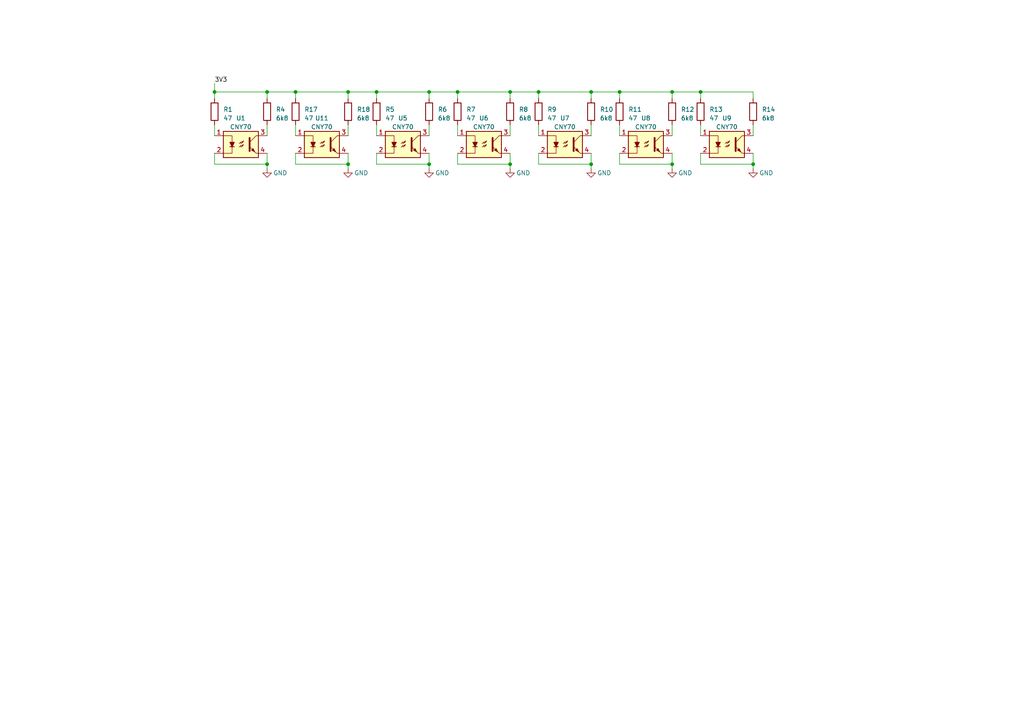
<source format=kicad_sch>
(kicad_sch (version 20230121) (generator eeschema)
  (paper "A4")
  (lib_symbols
    (symbol "Connector:Screw_Terminal_01x02" (pin_names (offset 1.016) hide)
      (property "Reference" "J" (at 0 2.54 0))
      (property "Value" "Screw_Terminal_01x02" (at 0 -5.08 0))
      (symbol "Screw_Terminal_01x02_1_1"
        (rectangle (start -1.27 1.27) (end 1.27 -3.81) (stroke (width 0.254)) (fill (type background)))
        (circle (center 0 -2.54) (radius 0.635) (stroke (width 0.1524)))
        (polyline (pts (xy -0.5334 -2.2098) (xy 0.3302 -3.048)) (stroke (width 0.1524)))
        (polyline (pts (xy -0.5334 0.3302) (xy 0.3302 -0.508)) (stroke (width 0.1524)))
        (polyline (pts (xy -0.3556 -2.032) (xy 0.508 -2.8702)) (stroke (width 0.1524)))
        (polyline (pts (xy -0.3556 0.508) (xy 0.508 -0.3302)) (stroke (width 0.1524)))
        (circle (center 0 0) (radius 0.635) (stroke (width 0.1524)))
        (pin passive line (at -5.08 0 0) (length 3.81) (name "Pin_1") (number "1"))
        (pin passive line (at -5.08 -2.54 0) (length 3.81) (name "Pin_2") (number "2"))
      )
    )
    (symbol "Connector:Screw_Terminal_01x06" (pin_names (offset 1.016) hide)
      (property "Reference" "J" (at 0 7.62 0))
      (property "Value" "Screw_Terminal_01x06" (at 0 -10.16 0))
      (symbol "Screw_Terminal_01x06_1_1"
        (rectangle (start -1.27 6.35) (end 1.27 -8.89) (stroke (width 0.254)) (fill (type background)))
        (circle (center 0 -7.62) (radius 0.635) (stroke (width 0.1524)))
        (circle (center 0 -5.08) (radius 0.635) (stroke (width 0.1524)))
        (circle (center 0 -2.54) (radius 0.635) (stroke (width 0.1524)))
        (polyline (pts (xy -0.5334 -7.2898) (xy 0.3302 -8.128)) (stroke (width 0.1524)))
        (polyline (pts (xy -0.5334 -4.7498) (xy 0.3302 -5.588)) (stroke (width 0.1524)))
        (polyline (pts (xy -0.5334 -2.2098) (xy 0.3302 -3.048)) (stroke (width 0.1524)))
        (polyline (pts (xy -0.5334 0.3302) (xy 0.3302 -0.508)) (stroke (width 0.1524)))
        (polyline (pts (xy -0.5334 2.8702) (xy 0.3302 2.032)) (stroke (width 0.1524)))
        (polyline (pts (xy -0.5334 5.4102) (xy 0.3302 4.572)) (stroke (width 0.1524)))
        (polyline (pts (xy -0.3556 -7.112) (xy 0.508 -7.9502)) (stroke (width 0.1524)))
        (polyline (pts (xy -0.3556 -4.572) (xy 0.508 -5.4102)) (stroke (width 0.1524)))
        (polyline (pts (xy -0.3556 -2.032) (xy 0.508 -2.8702)) (stroke (width 0.1524)))
        (polyline (pts (xy -0.3556 0.508) (xy 0.508 -0.3302)) (stroke (width 0.1524)))
        (polyline (pts (xy -0.3556 3.048) (xy 0.508 2.2098)) (stroke (width 0.1524)))
        (polyline (pts (xy -0.3556 5.588) (xy 0.508 4.7498)) (stroke (width 0.1524)))
        (circle (center 0 0) (radius 0.635) (stroke (width 0.1524)))
        (circle (center 0 2.54) (radius 0.635) (stroke (width 0.1524)))
        (circle (center 0 5.08) (radius 0.635) (stroke (width 0.1524)))
        (pin passive line (at -5.08 5.08 0) (length 3.81) (name "Pin_1") (number "1"))
        (pin passive line (at -5.08 2.54 0) (length 3.81) (name "Pin_2") (number "2"))
        (pin passive line (at -5.08 0 0) (length 3.81) (name "Pin_3") (number "3"))
        (pin passive line (at -5.08 -2.54 0) (length 3.81) (name "Pin_4") (number "4"))
        (pin passive line (at -5.08 -5.08 0) (length 3.81) (name "Pin_5") (number "5"))
        (pin passive line (at -5.08 -7.62 0) (length 3.81) (name "Pin_6") (number "6"))
      )
    )
    (symbol "Device:C" (pin_numbers hide) (pin_names (offset 0.254))
      (property "Reference" "C" (at 0.635 2.54 0))
      (property "Value" "C" (at 0.635 -2.54 0))
      (symbol "C_0_1"
        (polyline (pts (xy -2.032 -0.762) (xy 2.032 -0.762)) (stroke (width 0.508)))
        (polyline (pts (xy -2.032 0.762) (xy 2.032 0.762)) (stroke (width 0.508)))
      )
      (symbol "C_1_1"
        (pin passive line (at 0 3.81 270) (length 2.794) (name "~") (number "1"))
        (pin passive line (at 0 -3.81 90) (length 2.794) (name "~") (number "2"))
      )
    )
    (symbol "Device:C_Polarized" (pin_numbers hide) (pin_names (offset 0.254))
      (property "Reference" "C" (at 0.635 2.54 0))
      (property "Value" "C_Polarized" (at 0.635 -2.54 0))
      (symbol "C_Polarized_0_1"
        (rectangle (start -2.286 0.508) (end 2.286 1.016))
        (polyline (pts (xy -1.778 2.286) (xy -0.762 2.286)))
        (polyline (pts (xy -1.27 2.794) (xy -1.27 1.778)))
        (rectangle (start 2.286 -0.508) (end -2.286 -1.016) (fill (type outline)))
      )
      (symbol "C_Polarized_1_1"
        (pin passive line (at 0 3.81 270) (length 2.794) (name "~") (number "1"))
        (pin passive line (at 0 -3.81 90) (length 2.794) (name "~") (number "2"))
      )
    )
    (symbol "Device:D" (pin_numbers hide) (pin_names (offset 1.016) hide)
      (property "Reference" "D" (at 0 2.54 0))
      (property "Value" "D" (at 0 -2.54 0))
      (symbol "D_0_1"
        (polyline (pts (xy -1.27 1.27) (xy -1.27 -1.27)) (stroke (width 0.254)))
        (polyline (pts (xy 1.27 0) (xy -1.27 0)))
        (polyline (pts (xy 1.27 1.27) (xy 1.27 -1.27) (xy -1.27 0) (xy 1.27 1.27)) (stroke (width 0.254)))
      )
      (symbol "D_1_1"
        (pin passive line (at -3.81 0 0) (length 2.54) (name "K") (number "1"))
        (pin passive line (at 3.81 0 180) (length 2.54) (name "A") (number "2"))
      )
    )
    (symbol "Device:LED" (pin_numbers hide) (pin_names (offset 1.016) hide)
      (property "Reference" "D" (at 0 2.54 0))
      (property "Value" "LED" (at 0 -2.54 0))
      (symbol "LED_0_1"
        (polyline (pts (xy -1.27 -1.27) (xy -1.27 1.27)) (stroke (width 0.254)))
        (polyline (pts (xy -1.27 0) (xy 1.27 0)))
        (polyline (pts (xy 1.27 -1.27) (xy 1.27 1.27) (xy -1.27 0) (xy 1.27 -1.27)) (stroke (width 0.254)))
        (polyline (pts (xy -3.048 -0.762) (xy -4.572 -2.286) (xy -3.81 -2.286) (xy -4.572 -2.286) (xy -4.572 -1.524)))
        (polyline (pts (xy -1.778 -0.762) (xy -3.302 -2.286) (xy -2.54 -2.286) (xy -3.302 -2.286) (xy -3.302 -1.524)))
      )
      (symbol "LED_1_1"
        (pin passive line (at -3.81 0 0) (length 2.54) (name "K") (number "1"))
        (pin passive line (at 3.81 0 180) (length 2.54) (name "A") (number "2"))
      )
    )
    (symbol "Device:R" (pin_numbers hide) (pin_names (offset 0))
      (property "Reference" "R" (at 2.032 0 90))
      (property "Value" "R" (at 0 0 90))
      (symbol "R_0_1"
        (rectangle (start -1.016 -2.54) (end 1.016 2.54) (stroke (width 0.254)))
      )
      (symbol "R_1_1"
        (pin passive line (at 0 3.81 270) (length 1.27) (name "~") (number "1"))
        (pin passive line (at 0 -3.81 90) (length 1.27) (name "~") (number "2"))
      )
    )
    (symbol "Driver_Motor:L298N" (pin_names (offset 1.016))
      (property "Reference" "U" (at -10.16 16.51 0))
      (property "Value" "L298N" (at 12.7 16.51 0))
      (symbol "L298N_0_1"
        (rectangle (start -12.7 15.24) (end 12.7 -15.24) (stroke (width 0.254)) (fill (type background)))
      )
      (symbol "L298N_1_1"
        (pin power_in line (at -7.62 -17.78 90) (length 2.54) (name "SENSE_A") (number "1"))
        (pin input line (at -15.24 2.54 0) (length 2.54) (name "IN3") (number "10"))
        (pin input line (at -15.24 -2.54 0) (length 2.54) (name "EnB") (number "11"))
        (pin input line (at -15.24 0 0) (length 2.54) (name "IN4") (number "12"))
        (pin output line (at 15.24 -2.54 180) (length 2.54) (name "OUT3") (number "13"))
        (pin output line (at 15.24 -5.08 180) (length 2.54) (name "OUT4") (number "14"))
        (pin power_in line (at -5.08 -17.78 90) (length 2.54) (name "SENSE_B") (number "15"))
        (pin output line (at 15.24 5.08 180) (length 2.54) (name "OUT1") (number "2"))
        (pin output line (at 15.24 2.54 180) (length 2.54) (name "OUT2") (number "3"))
        (pin power_in line (at 2.54 17.78 270) (length 2.54) (name "Vs") (number "4"))
        (pin input line (at -15.24 12.7 0) (length 2.54) (name "IN1") (number "5"))
        (pin input line (at -15.24 7.62 0) (length 2.54) (name "EnA") (number "6"))
        (pin input line (at -15.24 10.16 0) (length 2.54) (name "IN2") (number "7"))
        (pin power_in line (at 0 -17.78 90) (length 2.54) (name "GND") (number "8"))
        (pin power_in line (at 0 17.78 270) (length 2.54) (name "Vss") (number "9"))
      )
    )
    (symbol "EESTN5:CNY70" (pin_names (offset 1.016))
      (property "Reference" "U" (at -5.08 5.08 0))
      (property "Value" "CNY70" (at 0 5.08 0))
      (property "Footprint" "CNY70" (at -5.08 -5.08 0))
      (property "Datasheet" "http://www.vishay.com/docs/83751/cny70.pdf" (at 0 0 0))
      (symbol "CNY70_0_1"
        (rectangle (start -5.08 3.81) (end 5.08 -3.81) (stroke (width 0.254)) (fill (type background)))
        (polyline (pts (xy -3.175 -0.635) (xy -1.905 -0.635)) (stroke (width 0.254)))
        (polyline (pts (xy 2.54 0.635) (xy 4.445 2.54)))
        (polyline (pts (xy 4.445 -2.54) (xy 2.54 -0.635)) (fill (type outline)))
        (polyline (pts (xy 4.445 -2.54) (xy 5.08 -2.54)))
        (polyline (pts (xy 4.445 2.54) (xy 5.08 2.54)))
        (polyline (pts (xy -5.08 2.54) (xy -2.54 2.54) (xy -2.54 0.635)))
        (polyline (pts (xy -2.54 -0.635) (xy -2.54 -2.54) (xy -5.08 -2.54)))
        (polyline (pts (xy 2.54 1.905) (xy 2.54 -1.905) (xy 2.54 -1.905)) (stroke (width 0.508)))
        (polyline (pts (xy -2.54 -0.635) (xy -3.175 0.635) (xy -1.905 0.635) (xy -2.54 -0.635)) (stroke (width 0.254)) (fill (type outline)))
        (polyline (pts (xy -0.508 0.254) (xy 0.0254 0.762) (xy 0.0254 0.254) (xy 0.7874 1.016)))
        (polyline (pts (xy 0.7874 1.016) (xy 0.2794 0.762) (xy 0.5334 0.508) (xy 0.7874 1.016)))
        (polyline (pts (xy 3.048 -1.651) (xy 3.556 -1.143) (xy 4.064 -2.159) (xy 3.048 -1.651) (xy 3.048 -1.651)) (fill (type outline)))
        (polyline (pts (xy -0.508 -0.762) (xy 0.0254 -0.254) (xy 0.0254 -0.762) (xy 0.7874 0) (xy 0.2794 -0.254) (xy 0.5334 -0.508) (xy 0.7874 0)))
      )
      (symbol "CNY70_1_1"
        (pin passive line (at -7.62 2.54 0) (length 2.54) (name "~") (number "1"))
        (pin passive line (at -7.62 -2.54 0) (length 2.54) (name "~") (number "2"))
        (pin passive line (at 7.62 2.54 180) (length 2.54) (name "~") (number "3"))
        (pin passive line (at 7.62 -2.54 180) (length 2.54) (name "~") (number "4"))
      )
    )
    (symbol "GND_1" (power) (pin_names (offset 0))
      (property "Value" "GND_1" (at 0 -3.81 0))
      (symbol "GND_1_0_1"
        (polyline (pts (xy 0 0) (xy 0 -1.27) (xy 1.27 -1.27) (xy 0 -2.54) (xy -1.27 -1.27) (xy 0 -1.27)))
      )
      (symbol "GND_1_1_1"
        (pin power_in line (at 0 0 270) (length 0) hide (name "GND") (number "1"))
      )
    )
    (symbol "RF_Module:ESP32-WROOM-32"
      (property "Reference" "U" (at -12.7 34.29 0))
      (property "Value" "ESP32-WROOM-32" (at 1.27 34.29 0))
      (symbol "ESP32-WROOM-32_0_1"
        (rectangle (start -12.7 33.02) (end 12.7 -33.02) (stroke (width 0.254)) (fill (type background)))
      )
      (symbol "ESP32-WROOM-32_1_1"
        (pin power_in line (at 0 -35.56 90) (length 2.54) (name "GND") (number "1"))
        (pin bidirectional line (at 15.24 -12.7 180) (length 2.54) (name "IO25") (number "10"))
        (pin bidirectional line (at 15.24 -15.24 180) (length 2.54) (name "IO26") (number "11"))
        (pin bidirectional line (at 15.24 -17.78 180) (length 2.54) (name "IO27") (number "12"))
        (pin bidirectional line (at 15.24 10.16 180) (length 2.54) (name "IO14") (number "13"))
        (pin bidirectional line (at 15.24 15.24 180) (length 2.54) (name "IO12") (number "14"))
        (pin passive line (at 0 -35.56 90) (length 2.54) hide (name "GND") (number "15"))
        (pin bidirectional line (at 15.24 12.7 180) (length 2.54) (name "IO13") (number "16"))
        (pin bidirectional line (at -15.24 -5.08 0) (length 2.54) (name "SHD/SD2") (number "17"))
        (pin bidirectional line (at -15.24 -7.62 0) (length 2.54) (name "SWP/SD3") (number "18"))
        (pin bidirectional line (at -15.24 -12.7 0) (length 2.54) (name "SCS/CMD") (number "19"))
        (pin power_in line (at 0 35.56 270) (length 2.54) (name "VDD") (number "2"))
        (pin bidirectional line (at -15.24 -10.16 0) (length 2.54) (name "SCK/CLK") (number "20"))
        (pin bidirectional line (at -15.24 0 0) (length 2.54) (name "SDO/SD0") (number "21"))
        (pin bidirectional line (at -15.24 -2.54 0) (length 2.54) (name "SDI/SD1") (number "22"))
        (pin bidirectional line (at 15.24 7.62 180) (length 2.54) (name "IO15") (number "23"))
        (pin bidirectional line (at 15.24 25.4 180) (length 2.54) (name "IO2") (number "24"))
        (pin bidirectional line (at 15.24 30.48 180) (length 2.54) (name "IO0") (number "25"))
        (pin bidirectional line (at 15.24 20.32 180) (length 2.54) (name "IO4") (number "26"))
        (pin bidirectional line (at 15.24 5.08 180) (length 2.54) (name "IO16") (number "27"))
        (pin bidirectional line (at 15.24 2.54 180) (length 2.54) (name "IO17") (number "28"))
        (pin bidirectional line (at 15.24 17.78 180) (length 2.54) (name "IO5") (number "29"))
        (pin input line (at -15.24 30.48 0) (length 2.54) (name "EN") (number "3"))
        (pin bidirectional line (at 15.24 0 180) (length 2.54) (name "IO18") (number "30"))
        (pin bidirectional line (at 15.24 -2.54 180) (length 2.54) (name "IO19") (number "31"))
        (pin no_connect line (at -12.7 -27.94 0) (length 2.54) hide (name "NC") (number "32"))
        (pin bidirectional line (at 15.24 -5.08 180) (length 2.54) (name "IO21") (number "33"))
        (pin bidirectional line (at 15.24 22.86 180) (length 2.54) (name "RXD0/IO3") (number "34"))
        (pin bidirectional line (at 15.24 27.94 180) (length 2.54) (name "TXD0/IO1") (number "35"))
        (pin bidirectional line (at 15.24 -7.62 180) (length 2.54) (name "IO22") (number "36"))
        (pin bidirectional line (at 15.24 -10.16 180) (length 2.54) (name "IO23") (number "37"))
        (pin passive line (at 0 -35.56 90) (length 2.54) hide (name "GND") (number "38"))
        (pin passive line (at 0 -35.56 90) (length 2.54) hide (name "GND") (number "39"))
        (pin input line (at -15.24 25.4 0) (length 2.54) (name "SENSOR_VP") (number "4"))
        (pin input line (at -15.24 22.86 0) (length 2.54) (name "SENSOR_VN") (number "5"))
        (pin input line (at 15.24 -25.4 180) (length 2.54) (name "IO34") (number "6"))
        (pin input line (at 15.24 -27.94 180) (length 2.54) (name "IO35") (number "7"))
        (pin bidirectional line (at 15.24 -20.32 180) (length 2.54) (name "IO32") (number "8"))
        (pin bidirectional line (at 15.24 -22.86 180) (length 2.54) (name "IO33") (number "9"))
      )
    )
    (symbol "Regulator_Linear:AMS1117-3.3"
      (property "Reference" "U" (at -3.81 3.175 0))
      (property "Value" "AMS1117-3.3" (at 0 3.175 0))
      (symbol "AMS1117-3.3_0_1"
        (rectangle (start -5.08 -5.08) (end 5.08 1.905) (stroke (width 0.254)) (fill (type background)))
      )
      (symbol "AMS1117-3.3_1_1"
        (pin power_in line (at 0 -7.62 90) (length 2.54) (name "GND") (number "1"))
        (pin power_out line (at 7.62 0 180) (length 2.54) (name "VO") (number "2"))
        (pin power_in line (at -7.62 0 0) (length 2.54) (name "VI") (number "3"))
      )
    )
    (symbol "Regulator_Linear:KA78M05_TO252" (pin_names (offset 0.254))
      (property "Reference" "U" (at -3.81 3.175 0))
      (property "Value" "KA78M05_TO252" (at 0 3.175 0))
      (symbol "KA78M05_TO252_0_1"
        (rectangle (start -5.08 1.905) (end 5.08 -5.08) (stroke (width 0.254)) (fill (type background)))
      )
      (symbol "KA78M05_TO252_1_1"
        (pin power_in line (at -7.62 0 0) (length 2.54) (name "VI") (number "1"))
        (pin power_in line (at 0 -7.62 90) (length 2.54) (name "GND") (number "2"))
        (pin power_out line (at 7.62 0 180) (length 2.54) (name "VO") (number "3"))
      )
    )
    (symbol "Switch:SW_MEC_5G" (pin_numbers hide) (pin_names (offset 1.016) hide)
      (property "Reference" "SW" (at 1.27 2.54 0))
      (property "Value" "SW_MEC_5G" (at 0 -1.524 0))
      (symbol "SW_MEC_5G_0_1"
        (circle (center -2.032 0) (radius 0.508))
        (polyline (pts (xy 0 1.27) (xy 0 3.048)))
        (polyline (pts (xy 2.54 1.27) (xy -2.54 1.27)))
        (circle (center 2.032 0) (radius 0.508))
        (pin passive line (at -5.08 0 0) (length 2.54) (name "A") (number "1"))
        (pin passive line (at 5.08 0 180) (length 2.54) (name "B") (number "3"))
      )
      (symbol "SW_MEC_5G_1_1"
        (pin passive line (at -5.08 0 0) (length 2.54) hide (name "A") (number "2"))
        (pin passive line (at 5.08 0 180) (length 2.54) hide (name "B") (number "4"))
      )
    )
    (symbol "power:GND" (power) (pin_names (offset 0))
      (property "Value" "GND" (at 0 -3.81 0))
      (symbol "GND_0_1"
        (polyline (pts (xy 0 0) (xy 0 -1.27) (xy 1.27 -1.27) (xy 0 -2.54) (xy -1.27 -1.27) (xy 0 -1.27)))
      )
      (symbol "GND_1_1"
        (pin power_in line (at 0 0 270) (length 0) hide (name "GND") (number "1"))
      )
    )
    (symbol "power:VCC" (power) (pin_names (offset 0))
      (property "Value" "VCC" (at 0 3.81 0))
      (symbol "VCC_0_1"
        (polyline (pts (xy -0.762 1.27) (xy 0 2.54)))
        (polyline (pts (xy 0 0) (xy 0 2.54)))
        (polyline (pts (xy 0 2.54) (xy 0.762 1.27)))
      )
      (symbol "VCC_1_1"
        (pin power_in line (at 0 0 90) (length 0) hide (name "VCC") (number "1"))
      )
    )
  )
  (junction (at 124.46 47.625))
  (junction (at 62.23 26.67))
  (junction (at 179.705 26.67))
  (junction (at 194.945 47.625))
  (junction (at 156.21 26.67))
  (junction (at 384.175 57.785))
  (junction (at 171.45 26.67))
  (junction (at 356.235 80.645))
  (junction (at 357.6066 36.2966))
  (junction (at 394.335 40.005))
  (junction (at -25.4 33.655))
  (junction (at 402.59 86.36))
  (junction (at -53.975 219.71))
  (junction (at 194.945 26.67))
  (junction (at 384.175 45.085))
  (junction (at 124.46 26.67))
  (junction (at 345.9734 15.6972))
  (junction (at 105.41 227.965))
  (junction (at 394.335 86.36))
  (junction (at -8.255 234.95))
  (junction (at 147.955 26.67))
  (junction (at 85.725 26.67))
  (junction (at 384.175 86.36))
  (junction (at -13.335 219.71))
  (junction (at 410.21 67.945))
  (junction (at 74.295 227.965))
  (junction (at 147.955 47.625))
  (junction (at 100.965 47.625))
  (junction (at -48.26 234.95))
  (junction (at -43.18 219.71))
  (junction (at -3.175 219.71))
  (junction (at -71.12 46.355))
  (junction (at 171.45 47.625))
  (junction (at 384.175 40.005))
  (junction (at 356.235 86.36))
  (junction (at 100.965 26.67))
  (junction (at 203.2 26.67))
  (junction (at 356.235 82.169))
  (junction (at 109.22 26.67))
  (junction (at 132.715 26.67))
  (junction (at 357.2764 15.6972))
  (junction (at 77.47 26.67))
  (junction (at 402.59 40.005))
  (junction (at -45.085 33.655))
  (junction (at 218.44 47.625))
  (junction (at 394.335 60.325))
  (junction (at 77.47 47.625))
  (junction (at 402.59 65.405))
  (wire (pts (xy 345.9734 25.6794) (xy 345.9734 15.6972)))
  (wire (pts (xy -29.845 69.215) (xy -17.145 69.215)))
  (wire (pts (xy 402.59 65.405) (xy 402.59 69.85)))
  (wire (pts (xy -43.18 229.87) (xy -43.18 234.95)))
  (wire (pts (xy 402.59 47.625) (xy 402.59 40.005)))
  (wire (pts (xy 410.21 86.36) (xy 402.59 86.36)))
  (wire (pts (xy -73.66 76.835) (xy -60.325 76.835)))
  (wire (pts (xy 156.21 36.195) (xy 156.21 39.37)))
  (wire (pts (xy 85.725 26.67) (xy 100.965 26.67)))
  (wire (pts (xy -71.12 46.355) (xy -60.325 46.355)))
  (wire (pts (xy -8.255 234.95) (xy -3.175 234.95)))
  (wire (pts (xy -29.845 74.295) (xy -17.145 74.295)))
  (wire (pts (xy -73.66 89.535) (xy -60.325 89.535)))
  (wire (pts (xy 349.9866 25.6794) (xy 345.9734 25.6794)))
  (wire (pts (xy 77.47 26.67) (xy 85.725 26.67)))
  (wire (pts (xy 402.59 86.36) (xy 394.335 86.36)))
  (wire (pts (xy -45.085 27.305) (xy -45.085 33.655)))
  (wire (pts (xy 356.235 86.36) (xy 356.235 92.075)))
  (wire (pts (xy 394.335 40.005) (xy 402.59 40.005)))
  (wire (pts (xy 171.45 28.575) (xy 171.45 26.67)))
  (wire (pts (xy 85.09 227.965) (xy 88.265 227.965)))
  (wire (pts (xy 85.725 36.195) (xy 85.725 39.37)))
  (wire (pts (xy 194.945 26.67) (xy 203.2 26.67)))
  (wire (pts (xy 147.955 36.195) (xy 147.955 39.37)))
  (wire (pts (xy 74.295 227.965) (xy 74.295 232.41)))
  (wire (pts (xy 179.705 26.67) (xy 194.945 26.67)))
  (wire (pts (xy 367.9952 43.4848) (xy 356.235 43.4848)))
  (wire (pts (xy -13.335 219.71) (xy -13.335 222.885)))
  (wire (pts (xy 410.21 55.245) (xy 410.21 67.945)))
  (wire (pts (xy 194.945 36.195) (xy 194.945 39.37)))
  (wire (pts (xy 351.155 80.645) (xy 356.235 80.645)))
  (wire (pts (xy -73.66 86.995) (xy -60.325 86.995)))
  (wire (pts (xy 62.23 24.13) (xy 62.23 26.67)))
  (wire (pts (xy 384.175 69.85) (xy 384.175 57.785)))
  (wire (pts (xy 402.59 65.405) (xy 421.005 65.405)))
  (wire (pts (xy -71.12 33.02) (xy -71.12 36.195)))
  (wire (pts (xy 179.705 26.67) (xy 179.705 28.575)))
  (wire (pts (xy 34.29 238.125) (xy 34.29 240.665)))
  (wire (pts (xy 218.44 36.195) (xy 218.44 39.37)))
  (wire (pts (xy 124.46 36.195) (xy 124.46 39.37)))
  (wire (pts (xy -73.66 53.975) (xy -60.325 53.975)))
  (wire (pts (xy -53.975 215.265) (xy -53.975 219.71)))
  (wire (pts (xy 171.45 47.625) (xy 171.45 48.895)))
  (wire (pts (xy -29.845 46.355) (xy -17.145 46.355)))
  (wire (pts (xy 410.21 67.945) (xy 421.005 67.945)))
  (wire (pts (xy -28.575 227.33) (xy -28.575 240.665)))
  (wire (pts (xy 339.979 34.3916) (xy 339.979 36.2966)))
  (wire (pts (xy -45.085 112.395) (xy -45.085 114.3)))
  (wire (pts (xy 356.235 80.645) (xy 356.235 82.169)))
  (wire (pts (xy -53.975 234.95) (xy -48.26 234.95)))
  (wire (pts (xy 358.775 45.085) (xy 384.175 45.085)))
  (wire (pts (xy -29.845 94.615) (xy -17.145 94.615)))
  (wire (pts (xy 34.29 227.33) (xy 34.29 230.505)))
  (wire (pts (xy 85.725 26.67) (xy 85.725 28.575)))
  (wire (pts (xy -43.18 222.25) (xy -43.18 219.71)))
  (wire (pts (xy -73.66 51.435) (xy -60.325 51.435)))
  (wire (pts (xy -43.18 219.71) (xy -36.195 219.71)))
  (wire (pts (xy 132.715 36.195) (xy 132.715 39.37)))
  (wire (pts (xy 179.705 44.45) (xy 179.705 47.625)))
  (wire (pts (xy 124.46 28.575) (xy 124.46 26.67)))
  (wire (pts (xy 34.29 215.265) (xy 34.29 219.71)))
  (wire (pts (xy 339.979 36.2966) (xy 357.6066 36.2966)))
  (wire (pts (xy 62.23 36.195) (xy 62.23 39.37)))
  (wire (pts (xy 117.475 217.805) (xy 119.38 217.805)))
  (wire (pts (xy 100.965 28.575) (xy 100.965 26.67)))
  (wire (pts (xy 194.945 28.575) (xy 194.945 26.67)))
  (wire (pts (xy 62.23 44.45) (xy 62.23 47.625)))
  (wire (pts (xy -29.845 76.835) (xy -17.145 76.835)))
  (wire (pts (xy -40.005 27.305) (xy -45.085 27.305)))
  (wire (pts (xy -3.175 215.265) (xy -3.175 219.71)))
  (wire (pts (xy 384.175 55.245) (xy 384.175 57.785)))
  (wire (pts (xy 77.47 47.625) (xy 77.47 48.895)))
  (wire (pts (xy -25.4 33.655) (xy -25.4 36.195)))
  (wire (pts (xy 348.615 80.645) (xy 348.615 82.169)))
  (wire (pts (xy -13.335 234.95) (xy -8.255 234.95)))
  (wire (pts (xy 384.175 45.085) (xy 384.175 47.625)))
  (wire (pts (xy -71.12 43.815) (xy -71.12 46.355)))
  (wire (pts (xy -29.845 97.155) (xy -17.145 97.155)))
  (wire (pts (xy 394.335 55.245) (xy 394.335 60.325)))
  (wire (pts (xy 371.475 67.945) (xy 410.21 67.945)))
  (wire (pts (xy -29.845 61.595) (xy -17.145 61.595)))
  (wire (pts (xy -48.26 234.95) (xy -48.26 240.665)))
  (wire (pts (xy -13.335 230.505) (xy -13.335 234.95)))
  (wire (pts (xy 62.23 26.67) (xy 62.23 28.575)))
  (wire (pts (xy -45.085 33.655) (xy -45.085 41.275)))
  (wire (pts (xy -73.66 79.375) (xy -60.325 79.375)))
  (wire (pts (xy -29.845 71.755) (xy -17.145 71.755)))
  (wire (pts (xy -29.845 64.135) (xy -17.145 64.135)))
  (wire (pts (xy 88.265 217.805) (xy 88.265 227.965)))
  (wire (pts (xy 105.41 227.965) (xy 108.585 227.965)))
  (wire (pts (xy 132.715 44.45) (xy 132.715 47.625)))
  (wire (pts (xy -89.535 46.355) (xy -85.09 46.355)))
  (wire (pts (xy 105.41 227.965) (xy 105.41 217.805)))
  (wire (pts (xy 394.335 60.325) (xy 421.005 60.325)))
  (wire (pts (xy -29.845 104.775) (xy -17.145 104.775)))
  (wire (pts (xy -45.085 33.655) (xy -40.005 33.655)))
  (wire (pts (xy -29.845 86.995) (xy -17.145 86.995)))
  (wire (pts (xy 147.955 44.45) (xy 147.955 47.625)))
  (wire (pts (xy 100.965 36.195) (xy 100.965 39.37)))
  (wire (pts (xy -29.845 99.695) (xy -17.145 99.695)))
  (wire (pts (xy 100.965 47.625) (xy 100.965 48.895)))
  (wire (pts (xy 371.475 60.325) (xy 394.335 60.325)))
  (wire (pts (xy -48.26 234.95) (xy -43.18 234.95)))
  (wire (pts (xy 132.715 47.625) (xy 147.955 47.625)))
  (wire (pts (xy 357.2764 14.4272) (xy 357.2764 15.6972)))
  (wire (pts (xy 147.955 47.625) (xy 147.955 48.895)))
  (wire (pts (xy -8.255 240.665) (xy -8.255 234.95)))
  (wire (pts (xy 171.45 36.195) (xy 171.45 39.37)))
  (wire (pts (xy -73.66 81.915) (xy -60.325 81.915)))
  (wire (pts (xy 119.38 217.805) (xy 119.38 227.965)))
  (wire (pts (xy -53.975 219.71) (xy -43.18 219.71)))
  (wire (pts (xy -29.845 53.975) (xy -17.145 53.975)))
  (wire (pts (xy 394.335 86.36) (xy 384.175 86.36)))
  (wire (pts (xy -32.385 27.305) (xy -25.4 27.305)))
  (wire (pts (xy 357.2764 15.6972) (xy 384.175 15.6972)))
  (wire (pts (xy -77.47 46.355) (xy -71.12 46.355)))
  (wire (pts (xy -13.335 219.71) (xy -3.175 219.71)))
  (wire (pts (xy 394.335 40.005) (xy 394.335 47.625)))
  (wire (pts (xy 218.44 47.625) (xy 218.44 48.895)))
  (wire (pts (xy 147.955 26.67) (xy 156.21 26.67)))
  (wire (pts (xy -53.975 229.87) (xy -53.975 234.95)))
  (wire (pts (xy -29.845 48.895) (xy -17.145 48.895)))
  (wire (pts (xy 384.175 57.785) (xy 421.005 57.785)))
  (wire (pts (xy 348.615 82.169) (xy 356.235 82.169)))
  (wire (pts (xy 156.21 26.67) (xy 171.45 26.67)))
  (wire (pts (xy 194.945 47.625) (xy 194.945 48.895)))
  (wire (pts (xy 171.45 44.45) (xy 171.45 47.625)))
  (wire (pts (xy -29.845 92.075) (xy -17.145 92.075)))
  (wire (pts (xy 116.205 227.965) (xy 119.38 227.965)))
  (wire (pts (xy 357.6066 36.2966) (xy 357.6066 37.973)))
  (wire (pts (xy 384.175 77.47) (xy 384.175 86.36)))
  (wire (pts (xy 357.6066 36.2966) (xy 371.475 36.2966)))
  (wire (pts (xy -29.845 66.675) (xy -17.145 66.675)))
  (wire (pts (xy 74.295 227.965) (xy 74.295 217.805)))
  (wire (pts (xy 203.2 26.67) (xy 218.44 26.67)))
  (wire (pts (xy -3.175 219.71) (xy -3.175 222.885)))
  (wire (pts (xy 394.335 40.005) (xy 384.175 40.005)))
  (wire (pts (xy 394.335 60.325) (xy 394.335 69.85)))
  (wire (pts (xy 132.715 26.67) (xy 147.955 26.67)))
  (wire (pts (xy 356.235 82.169) (xy 356.235 86.36)))
  (wire (pts (xy 109.22 44.45) (xy 109.22 47.625)))
  (wire (pts (xy 105.41 217.805) (xy 107.315 217.805)))
  (wire (pts (xy 384.175 15.6972) (xy 384.175 40.005)))
  (wire (pts (xy -73.66 84.455) (xy -60.325 84.455)))
  (wire (pts (xy 365.2266 25.6794) (xy 371.475 25.6794)))
  (wire (pts (xy 402.59 77.47) (xy 402.59 86.36)))
  (wire (pts (xy 109.22 26.67) (xy 124.46 26.67)))
  (wire (pts (xy 109.22 26.67) (xy 109.22 28.575)))
  (wire (pts (xy 124.46 26.67) (xy 132.715 26.67)))
  (wire (pts (xy -25.4 33.655) (xy -32.385 33.655)))
  (wire (pts (xy 402.59 55.245) (xy 402.59 65.405)))
  (wire (pts (xy 77.47 44.45) (xy 77.47 47.625)))
  (wire (pts (xy 339.979 15.6972) (xy 339.979 26.7716)))
  (wire (pts (xy -29.845 81.915) (xy -17.145 81.915)))
  (wire (pts (xy -29.845 56.515) (xy -17.145 56.515)))
  (wire (pts (xy 203.2 36.195) (xy 203.2 39.37)))
  (wire (pts (xy 410.21 47.625) (xy 410.21 40.005)))
  (wire (pts (xy 356.235 43.4848) (xy 356.235 45.085)))
  (wire (pts (xy 85.725 44.45) (xy 85.725 47.625)))
  (wire (pts (xy 124.46 47.625) (xy 124.46 48.895)))
  (wire (pts (xy 384.175 86.36) (xy 356.235 86.36)))
  (wire (pts (xy -89.535 50.165) (xy -89.535 46.355)))
  (wire (pts (xy 100.965 26.67) (xy 109.22 26.67)))
  (wire (pts (xy -29.845 102.235) (xy -17.145 102.235)))
  (wire (pts (xy 62.23 47.625) (xy 77.47 47.625)))
  (wire (pts (xy 77.47 26.67) (xy 62.23 26.67)))
  (wire (pts (xy 402.59 40.005) (xy 410.21 40.005)))
  (wire (pts (xy -29.845 84.455) (xy -17.145 84.455)))
  (wire (pts (xy -29.845 59.055) (xy -17.145 59.055)))
  (wire (pts (xy -53.975 219.71) (xy -53.975 222.25)))
  (wire (pts (xy 156.21 47.625) (xy 171.45 47.625)))
  (wire (pts (xy -20.955 219.71) (xy -13.335 219.71)))
  (wire (pts (xy 179.705 36.195) (xy 179.705 39.37)))
  (wire (pts (xy 74.295 227.965) (xy 77.47 227.965)))
  (wire (pts (xy 124.46 44.45) (xy 124.46 47.625)))
  (wire (pts (xy 194.945 44.45) (xy 194.945 47.625)))
  (wire (pts (xy 109.22 47.625) (xy 124.46 47.625)))
  (wire (pts (xy 105.41 227.965) (xy 105.41 232.41)))
  (wire (pts (xy 203.2 44.45) (xy 203.2 47.625)))
  (wire (pts (xy 74.295 217.805) (xy 76.2 217.805)))
  (wire (pts (xy 371.475 57.785) (xy 384.175 57.785)))
  (wire (pts (xy 77.47 28.575) (xy 77.47 26.67)))
  (wire (pts (xy 203.2 47.625) (xy 218.44 47.625)))
  (wire (pts (xy 85.725 47.625) (xy 100.965 47.625)))
  (wire (pts (xy 171.45 26.67) (xy 179.705 26.67)))
  (wire (pts (xy 179.705 47.625) (xy 194.945 47.625)))
  (wire (pts (xy 384.175 40.005) (xy 384.175 45.085)))
  (wire (pts (xy 218.44 44.45) (xy 218.44 47.625)))
  (wire (pts (xy 410.21 67.945) (xy 410.21 69.85)))
  (wire (pts (xy 156.21 44.45) (xy 156.21 47.625)))
  (wire (pts (xy -29.845 51.435) (xy -17.145 51.435)))
  (wire (pts (xy 394.335 77.47) (xy 394.335 86.36)))
  (wire (pts (xy 147.955 28.575) (xy 147.955 26.67)))
  (wire (pts (xy 86.36 217.805) (xy 88.265 217.805)))
  (wire (pts (xy -25.4 27.305) (xy -25.4 33.655)))
  (wire (pts (xy -3.175 234.95) (xy -3.175 230.505)))
  (wire (pts (xy 371.475 34.3662) (xy 371.475 36.2966)))
  (wire (pts (xy 77.47 36.195) (xy 77.47 39.37)))
  (wire (pts (xy 371.475 65.405) (xy 402.59 65.405)))
  (wire (pts (xy 203.2 26.67) (xy 203.2 28.575)))
  (wire (pts (xy 345.9734 15.6972) (xy 357.2764 15.6972)))
  (wire (pts (xy 371.475 26.7462) (xy 371.475 25.6794)))
  (wire (pts (xy -29.845 89.535) (xy -17.145 89.535)))
  (wire (pts (xy 357.6066 33.2994) (xy 357.6066 36.2966)))
  (wire (pts (xy -29.845 79.375) (xy -17.145 79.375)))
  (wire (pts (xy 339.979 15.6972) (xy 345.9734 15.6972)))
  (wire (pts (xy 410.21 77.47) (xy 410.21 86.36)))
  (wire (pts (xy 218.44 28.575) (xy 218.44 26.67)))
  (wire (pts (xy 109.22 36.195) (xy 109.22 39.37)))
  (wire (pts (xy 100.965 44.45) (xy 100.965 47.625)))
  (wire (pts (xy 156.21 26.67) (xy 156.21 28.575)))
  (wire (pts (xy 132.715 26.67) (xy 132.715 28.575)))
  (label "SD3" (at -73.66 84.455 0))
  (label "5v" (at 367.9952 43.4848 0))
  (label "5v" (at 371.475 25.6794 0))
  (label "IO35" (at -17.145 104.775 0))
  (label "IO23" (at -17.145 86.995 0))
  (label "3V3" (at 34.29 215.265 0))
  (label "TXD0" (at -17.145 48.895 0))
  (label "IN1" (at 340.995 50.165 180))
  (label "IO17" (at -17.145 74.295 0))
  (label "Sensor VP" (at -73.66 51.435 0))
  (label "IO0" (at -17.145 46.355 0))
  (label "3V3" (at -3.175 215.265 0))
  (label "IO26" (at -17.145 92.075 0))
  (label "3V3" (at 62.23 24.13 0))
  (label "IO2" (at -17.145 51.435 0))
  (label "EnA" (at 340.995 55.245 180))
  (label "IO18" (at -17.145 76.835 0))
  (label "IO19" (at -17.145 79.375 0))
  (label "IO15" (at -17.145 69.215 0))
  (label "IN2" (at 340.995 52.705 180))
  (label "IO33" (at -17.145 99.695 0))
  (label "IO21" (at -17.145 81.915 0))
  (label "3V3" (at -71.12 33.02 0))
  (label "IO4" (at -17.145 56.515 0))
  (label "Vin" (at -53.975 215.265 0))
  (label "RXD0" (at -17.145 53.975 0))
  (label "CLK" (at -73.66 86.995 0))
  (label "IO25" (at -17.145 89.535 0))
  (label "IO13" (at -17.145 64.135 0))
  (label "IO27" (at -17.145 94.615 0))
  (label "IO34" (at -17.145 102.235 0))
  (label "IN3" (at 340.995 60.325 180))
  (label "SD1" (at -73.66 79.375 0))
  (label "IO22" (at -17.145 84.455 0))
  (label "SD0" (at -73.66 76.835 0))
  (label "CMD" (at -73.66 89.535 0))
  (label "IO16" (at -17.145 71.755 0))
  (label "IN4" (at 340.995 62.865 180))
  (label "IO5" (at -17.145 59.055 0))
  (label "IO14" (at -17.145 66.675 0))
  (label "EnB" (at 340.995 65.405 180))
  (label "IO32" (at -17.145 97.155 0))
  (label "IO12" (at -17.145 61.595 0))
  (label "SD2" (at -73.66 81.915 0))
  (label "Sensor VN" (at -73.66 53.975 0))
  (symbol (lib_name "GND_1") (lib_id "power:GND") (at -45.085 114.3 0) (unit 1)
    (property "Reference" "#PWR013" (effects hide))
    (property "Value" "GND" (at -45.085 119.38 0))
  )
  (symbol (lib_id "Device:R") (at 156.21 32.385 0) (unit 1)
    (property "Reference" "R9" (at 158.75 31.75 0) (effects (justify left)))
    (property "Value" "47" (at 158.75 34.29 0) (effects (justify left)))
  )
  (symbol (lib_id "Regulator_Linear:AMS1117-3.3") (at -28.575 219.71 0) (unit 1)
    (property "Reference" "U12" (at -28.575 213.36 0))
    (property "Value" "AMS1117-3.3" (at -28.575 215.9 0))
    (property "Footprint" "Package_TO_SOT_SMD:SOT-223-3_TabPin2" (effects hide))
    (property "Datasheet" "http://www.advanced-monolithic.com/pdf/ds1117.pdf" (effects hide))
  )
  (symbol (lib_id "Driver_Motor:L298N") (at 356.235 62.865 0) (unit 1)
    (property "Reference" "U3" (at 360.7944 42.545 0) (effects (justify left)))
    (property "Value" "L298N" (at 360.7944 45.085 0) (effects (justify left)))
    (property "Footprint" "LibrarypERSONALES:L298N_Dis" (effects hide))
    (property "Datasheet" "http://www.st.com/st-web-ui/static/active/en/resource/technical/document/datasheet/CD00000240.pdf" (effects hide))
  )
  (symbol (lib_id "EESTN5:CNY70") (at 140.335 41.91 0) (unit 1)
    (property "Reference" "U6" (at 140.335 34.29 0))
    (property "Value" "CNY70" (at 140.335 36.83 0))
    (property "Footprint" "CNY70" (effects hide))
    (property "Datasheet" "http://www.vishay.com/docs/83751/cny70.pdf" (effects hide))
  )
  (symbol (lib_name "GND_1") (lib_id "power:GND") (at 171.45 48.895 0) (unit 1)
    (property "Reference" "#PWR017" (effects hide))
    (property "Value" "GND" (at 175.26 50.165 0))
  )
  (symbol (lib_id "power:GND") (at 357.6066 37.973 0) (unit 1)
    (property "Reference" "#PWR02" (effects hide))
    (property "Value" "GND" (at 357.6066 42.703 0))
  )
  (symbol (lib_id "Device:R") (at 203.2 32.385 0) (unit 1)
    (property "Reference" "R13" (at 205.74 31.75 0) (effects (justify left)))
    (property "Value" "47" (at 205.74 34.29 0) (effects (justify left)))
  )
  (symbol (lib_id "Device:C") (at -36.195 27.305 90) (unit 1)
    (property "Reference" "C12" (at -36.195 20.955 90))
    (property "Value" "10u" (at -36.195 23.495 90))
  )
  (symbol (lib_id "Device:C") (at 112.395 227.965 90) (unit 1)
    (property "Reference" "C10" (at 112.395 221.615 90))
    (property "Value" "0.1u" (at 112.395 224.155 90))
  )
  (symbol (lib_id "Device:C_Polarized") (at 371.475 30.5562 0) (unit 1)
    (property "Reference" "C1" (at 375.0564 28.3971 0) (effects (justify left)))
    (property "Value" "C_Polarized" (at 375.0564 30.9371 0) (effects (justify left)))
    (property "Footprint" "Capacitor_THT:CP_Radial_D8.0mm_P3.50mm" (effects hide))
  )
  (symbol (lib_id "RF_Module:ESP32-WROOM-32") (at -45.085 76.835 0) (unit 1)
    (property "Reference" "U4" (at -42.5959 111.125 0) (effects (justify left)))
    (property "Value" "ESP32-WROOM-32" (at -42.545 113.03 0) (effects (justify left)))
    (property "Footprint" "RF_Module:ESP32-WROOM-32D" (effects hide))
    (property "Datasheet" "https://www.espressif.com/sites/default/files/documentation/esp32-wroom-32_datasheet_en.pdf" (effects hide))
  )
  (symbol (lib_id "EESTN5:CNY70") (at 116.84 41.91 0) (unit 1)
    (property "Reference" "U5" (at 116.84 34.29 0))
    (property "Value" "CNY70" (at 116.84 36.83 0))
    (property "Footprint" "CNY70" (effects hide))
    (property "Datasheet" "http://www.vishay.com/docs/83751/cny70.pdf" (effects hide))
  )
  (symbol (lib_id "Device:C") (at -43.18 226.06 0) (unit 1)
    (property "Reference" "C3" (at -40.005 225.425 0) (effects (justify left)))
    (property "Value" "0.1u" (at -40.005 227.965 0) (effects (justify left)))
  )
  (symbol (lib_id "Device:C") (at -81.28 46.355 90) (unit 1)
    (property "Reference" "C9" (at -81.28 40.64 90))
    (property "Value" "0.1u" (at -81.28 43.18 90))
  )
  (symbol (lib_name "GND_1") (lib_id "power:GND") (at 77.47 48.895 0) (unit 1)
    (property "Reference" "#PWR09" (effects hide))
    (property "Value" "GND" (at 81.28 50.165 0))
  )
  (symbol (lib_id "Device:D") (at 410.21 51.435 270) (unit 1)
    (property "Reference" "D4" (at 413.385 50.1649 90) (effects (justify left)))
    (property "Value" "D" (at 413.385 52.7049 90) (effects (justify left)))
    (property "Footprint" "DIODE_PERSONALES:M7_DIODEv2" (effects hide))
  )
  (symbol (lib_id "EESTN5:CNY70") (at 69.85 41.91 0) (unit 1)
    (property "Reference" "U1" (at 69.85 34.29 0))
    (property "Value" "CNY70" (at 69.85 36.83 0))
    (property "Footprint" "CNY70" (effects hide))
    (property "Datasheet" "http://www.vishay.com/docs/83751/cny70.pdf" (effects hide))
  )
  (symbol (lib_id "Switch:SW_MEC_5G") (at 112.395 217.805 0) (unit 1)
    (property "Reference" "SW1" (at 112.395 210.82 0))
    (property "Value" "SW_MEC_5G" (at 112.395 213.36 0))
    (property "Datasheet" "http://www.apem.com/int/index.php?controller=attachment&id_attachment=488" (effects hide))
  )
  (symbol (lib_id "Regulator_Linear:KA78M05_TO252") (at 357.6066 25.6794 0) (unit 1)
    (property "Reference" "U2" (at 357.6066 19.0246 0))
    (property "Value" "KA78M05_TO252" (at 357.6066 21.5646 0))
    (property "Footprint" "Package_TO_SOT_SMD:TO-252-2" (effects hide))
    (property "Datasheet" "https://www.onsemi.com/pub/Collateral/MC78M00-D.PDF" (effects hide))
  )
  (symbol (lib_id "Device:D") (at 394.335 73.66 270) (unit 1)
    (property "Reference" "D6" (at 397.51 72.3899 90) (effects (justify left)))
    (property "Value" "D" (at 397.51 74.9299 90) (effects (justify left)))
    (property "Footprint" "DIODE_PERSONALES:M7_DIODEv2" (effects hide))
  )
  (symbol (lib_id "Device:D") (at 402.59 73.66 270) (unit 1)
    (property "Reference" "D7" (at 407.035 72.39 90))
    (property "Value" "D" (effects hide))
    (property "Footprint" "DIODE_PERSONALES:M7_DIODEv2" (effects hide))
  )
  (symbol (lib_id "Device:R") (at 85.725 32.385 0) (unit 1)
    (property "Reference" "R17" (at 88.265 31.75 0) (effects (justify left)))
    (property "Value" "47" (at 88.265 34.29 0) (effects (justify left)))
  )
  (symbol (lib_id "power:VCC") (at 357.2764 14.4272 0) (unit 1)
    (property "Reference" "#PWR01" (effects hide))
    (property "Value" "VCC" (at 357.2764 9.6072 0))
  )
  (symbol (lib_id "Device:R") (at 109.22 32.385 0) (unit 1)
    (property "Reference" "R5" (at 111.76 31.75 0) (effects (justify left)))
    (property "Value" "47" (at 111.76 34.29 0) (effects (justify left)))
  )
  (symbol (lib_id "Device:D") (at 402.59 51.435 270) (unit 1)
    (property "Reference" "D3" (at 405.765 50.1649 90) (effects (justify left)))
    (property "Value" "D" (at 405.765 52.7049 90) (effects (justify left)))
    (property "Footprint" "DIODE_PERSONALES:M7_DIODEv2" (effects hide))
  )
  (symbol (lib_name "GND_1") (lib_id "power:GND") (at 105.41 232.41 0) (unit 1)
    (property "Reference" "#PWR011" (effects hide))
    (property "Value" "GND" (at 105.41 237.49 0))
  )
  (symbol (lib_id "Device:R") (at 147.955 32.385 0) (unit 1)
    (property "Reference" "R8" (at 150.495 31.75 0) (effects (justify left)))
    (property "Value" "6k8" (at 150.495 34.29 0) (effects (justify left)))
  )
  (symbol (lib_id "Device:R") (at 34.29 223.52 0) (unit 1)
    (property "Reference" "R2" (at 36.195 222.885 0) (effects (justify left)))
    (property "Value" "5.1k" (at 36.195 225.425 0) (effects (justify left)))
  )
  (symbol (lib_id "Device:R") (at -71.12 40.005 0) (unit 1)
    (property "Reference" "R3" (at -69.215 39.37 0) (effects (justify left)))
    (property "Value" "10k" (at -69.215 41.91 0) (effects (justify left)))
  )
  (symbol (lib_id "EESTN5:CNY70") (at 163.83 41.91 0) (unit 1)
    (property "Reference" "U7" (at 163.83 34.29 0))
    (property "Value" "CNY70" (at 163.83 36.83 0))
    (property "Footprint" "CNY70" (effects hide))
    (property "Datasheet" "http://www.vishay.com/docs/83751/cny70.pdf" (effects hide))
  )
  (symbol (lib_id "Device:R") (at 179.705 32.385 0) (unit 1)
    (property "Reference" "R11" (at 182.245 31.75 0) (effects (justify left)))
    (property "Value" "47" (at 182.245 34.29 0) (effects (justify left)))
  )
  (symbol (lib_id "Switch:SW_MEC_5G") (at 81.28 217.805 0) (unit 1)
    (property "Reference" "SW2" (at 81.28 210.82 0))
    (property "Value" "SW_MEC_5G" (at 81.28 213.36 0))
    (property "Datasheet" "http://www.apem.com/int/index.php?controller=attachment&id_attachment=488" (effects hide))
  )
  (symbol (lib_name "GND_1") (lib_id "power:GND") (at 100.965 48.895 0) (unit 1)
    (property "Reference" "#PWR016" (effects hide))
    (property "Value" "GND" (at 104.775 50.165 0))
  )
  (symbol (lib_name "GND_1") (lib_id "power:GND") (at 194.945 48.895 0) (unit 1)
    (property "Reference" "#PWR018" (effects hide))
    (property "Value" "GND" (at 198.755 50.165 0))
  )
  (symbol (lib_id "Device:R") (at 124.46 32.385 0) (unit 1)
    (property "Reference" "R6" (at 127 31.75 0) (effects (justify left)))
    (property "Value" "6k8" (at 127 34.29 0) (effects (justify left)))
  )
  (symbol (lib_id "Device:C") (at -3.175 226.695 0) (unit 1)
    (property "Reference" "C6" (at 0.635 226.06 0) (effects (justify left)))
    (property "Value" "10u" (at 0.635 228.6 0) (effects (justify left)))
  )
  (symbol (lib_id "Device:R") (at 132.715 32.385 0) (unit 1)
    (property "Reference" "R7" (at 135.255 31.75 0) (effects (justify left)))
    (property "Value" "47" (at 135.255 34.29 0) (effects (justify left)))
  )
  (symbol (lib_name "GND_1") (lib_id "power:GND") (at -8.255 240.665 0) (unit 1)
    (property "Reference" "#PWR05" (effects hide))
    (property "Value" "GND" (at -8.255 245.745 0))
  )
  (symbol (lib_id "EESTN5:CNY70") (at 210.82 41.91 0) (unit 1)
    (property "Reference" "U9" (at 210.82 34.29 0))
    (property "Value" "CNY70" (at 210.82 36.83 0))
    (property "Footprint" "CNY70" (effects hide))
    (property "Datasheet" "http://www.vishay.com/docs/83751/cny70.pdf" (effects hide))
  )
  (symbol (lib_id "power:GND") (at 356.235 92.075 0) (unit 1)
    (property "Reference" "#PWR03" (effects hide))
    (property "Value" "GND" (at 356.235 96.805 0))
  )
  (symbol (lib_id "Device:C") (at -36.195 33.655 90) (unit 1)
    (property "Reference" "C13" (at -36.195 36.83 90))
    (property "Value" "0.1u" (at -36.195 39.37 90))
  )
  (symbol (lib_id "EESTN5:CNY70") (at 93.345 41.91 0) (unit 1)
    (property "Reference" "U11" (at 93.345 34.29 0))
    (property "Value" "CNY70" (at 93.345 36.83 0))
    (property "Footprint" "CNY70" (effects hide))
    (property "Datasheet" "http://www.vishay.com/docs/83751/cny70.pdf" (effects hide))
  )
  (symbol (lib_id "Device:C") (at 81.28 227.965 90) (unit 1)
    (property "Reference" "C11" (at 81.28 221.615 90))
    (property "Value" "0.1u" (at 81.28 224.155 90))
  )
  (symbol (lib_id "Connector:Screw_Terminal_01x02") (at 426.085 65.405 0) (unit 1)
    (property "Reference" "J4" (at 428.625 66.6749 0) (effects (justify left)))
    (property "Value" "Screw_Terminal_01x02" (effects hide))
    (property "Footprint" "TerminalBlock_MetzConnect:TerminalBlock_MetzConnect_Type101_RT01602HBWC_1x02_P5.08mm_Horizontal" (effects hide))
  )
  (symbol (lib_id "Device:D") (at 410.21 73.66 270) (unit 1)
    (property "Reference" "D8" (at 414.655 72.39 90))
    (property "Value" "D" (effects hide))
    (property "Footprint" "DIODE_PERSONALES:M7_DIODEv2" (effects hide))
  )
  (symbol (lib_id "Device:R") (at 171.45 32.385 0) (unit 1)
    (property "Reference" "R10" (at 173.99 31.75 0) (effects (justify left)))
    (property "Value" "6k8" (at 173.99 34.29 0) (effects (justify left)))
  )
  (symbol (lib_name "GND_1") (lib_id "power:GND") (at 74.295 232.41 0) (unit 1)
    (property "Reference" "#PWR010" (effects hide))
    (property "Value" "GND" (at 74.295 237.49 0))
  )
  (symbol (lib_id "Device:D") (at 394.335 51.435 270) (unit 1)
    (property "Reference" "D2" (at 396.875 50.1649 90) (effects (justify left)))
    (property "Value" "D" (at 396.875 52.7049 90) (effects (justify left)))
    (property "Footprint" "DIODE_PERSONALES:M7_DIODEv2" (effects hide))
  )
  (symbol (lib_id "Device:D") (at 384.175 73.66 270) (unit 1)
    (property "Reference" "D5" (at 387.35 72.3899 90) (effects (justify left)))
    (property "Value" "D" (at 387.35 74.9299 90) (effects (justify left)))
    (property "Footprint" "DIODE_PERSONALES:M7_DIODEv2" (effects hide))
  )
  (symbol (lib_id "Connector:Screw_Terminal_01x06") (at -27.94 164.465 0) (unit 1)
    (property "Reference" "J2" (at -24.765 165.1 0) (effects (justify left)))
    (property "Value" "Screw_Terminal_01x06" (at -24.765 167.64 0) (effects (justify left)))
  )
  (symbol (lib_name "GND_1") (lib_id "power:GND") (at -89.535 50.165 0) (unit 1)
    (property "Reference" "#PWR08" (effects hide))
    (property "Value" "GND" (at -89.535 55.245 0))
  )
  (symbol (lib_name "GND_1") (lib_id "power:GND") (at 124.46 48.895 0) (unit 1)
    (property "Reference" "#PWR014" (effects hide))
    (property "Value" "GND" (at 128.27 50.165 0))
  )
  (symbol (lib_name "GND_1") (lib_id "power:GND") (at -28.575 240.665 0) (unit 1)
    (property "Reference" "#PWR06" (effects hide))
    (property "Value" "GND" (at -28.575 245.745 0))
  )
  (symbol (lib_id "Device:C") (at -13.335 226.695 0) (unit 1)
    (property "Reference" "C5" (at -9.525 226.06 0) (effects (justify left)))
    (property "Value" "0.1u" (at -9.525 228.6 0) (effects (justify left)))
  )
  (symbol (lib_name "GND_1") (lib_id "power:GND") (at 218.44 48.895 0) (unit 1)
    (property "Reference" "#PWR019" (effects hide))
    (property "Value" "GND" (at 222.25 50.165 0))
  )
  (symbol (lib_id "Device:D") (at 384.175 51.435 270) (unit 1)
    (property "Reference" "D1" (at 386.715 50.1649 90) (effects (justify left)))
    (property "Value" "D" (at 386.715 52.7049 90) (effects (justify left)))
    (property "Footprint" "DIODE_PERSONALES:M7_DIODEv2" (effects hide))
  )
  (symbol (lib_id "Device:C_Polarized") (at 339.979 30.5816 0) (unit 1)
    (property "Reference" "C2" (at 343.5604 28.4225 0) (effects (justify left)))
    (property "Value" "C_Polarized" (at 343.5604 30.9625 0) (effects (justify left)))
    (property "Footprint" "Capacitor_THT:CP_Radial_D8.0mm_P3.50mm" (effects hide))
  )
  (symbol (lib_id "EESTN5:CNY70") (at 187.325 41.91 0) (unit 1)
    (property "Reference" "U8" (at 187.325 34.29 0))
    (property "Value" "CNY70" (at 187.325 36.83 0))
    (property "Footprint" "CNY70" (effects hide))
    (property "Datasheet" "http://www.vishay.com/docs/83751/cny70.pdf" (effects hide))
  )
  (symbol (lib_id "Device:LED") (at 34.29 234.315 90) (unit 1)
    (property "Reference" "D9" (at 37.465 235.2675 90) (effects (justify right)))
    (property "Value" "LED" (at 37.465 237.8075 90) (effects (justify right)))
  )
  (symbol (lib_name "GND_1") (lib_id "power:GND") (at -25.4 36.195 0) (unit 1)
    (property "Reference" "#PWR012" (effects hide))
    (property "Value" "GND" (at -25.4 41.275 0))
  )
  (symbol (lib_id "Connector:Screw_Terminal_01x02") (at 426.085 57.785 0) (unit 1)
    (property "Reference" "J1" (at 429.26 57.7849 0) (effects (justify left)))
    (property "Value" "Screw_Terminal_01x02" (effects hide))
    (property "Footprint" "TerminalBlock_MetzConnect:TerminalBlock_MetzConnect_Type101_RT01602HBWC_1x02_P5.08mm_Horizontal" (effects hide))
  )
  (symbol (lib_id "Device:R") (at 77.47 32.385 0) (unit 1)
    (property "Reference" "R4" (at 80.01 31.75 0) (effects (justify left)))
    (property "Value" "6k8" (at 80.01 34.29 0) (effects (justify left)))
  )
  (symbol (lib_name "GND_1") (lib_id "power:GND") (at 147.955 48.895 0) (unit 1)
    (property "Reference" "#PWR015" (effects hide))
    (property "Value" "GND" (at 151.765 50.165 0))
  )
  (symbol (lib_id "Device:R") (at 218.44 32.385 0) (unit 1)
    (property "Reference" "R14" (at 220.98 31.75 0) (effects (justify left)))
    (property "Value" "6k8" (at 220.98 34.29 0) (effects (justify left)))
  )
  (symbol (lib_id "Device:C") (at -53.975 226.06 0) (unit 1)
    (property "Reference" "C4" (at -50.165 225.425 0) (effects (justify left)))
    (property "Value" "10u" (at -50.165 227.965 0) (effects (justify left)))
  )
  (symbol (lib_id "Device:R") (at 62.23 32.385 0) (unit 1)
    (property "Reference" "R1" (at 64.77 31.75 0) (effects (justify left)))
    (property "Value" "47" (at 64.77 34.29 0) (effects (justify left)))
  )
  (symbol (lib_id "Device:R") (at 100.965 32.385 0) (unit 1)
    (property "Reference" "R18" (at 103.505 31.75 0) (effects (justify left)))
    (property "Value" "6k8" (at 103.505 34.29 0) (effects (justify left)))
  )
  (symbol (lib_id "Device:R") (at 194.945 32.385 0) (unit 1)
    (property "Reference" "R12" (at 197.485 31.75 0) (effects (justify left)))
    (property "Value" "6k8" (at 197.485 34.29 0) (effects (justify left)))
  )
  (symbol (lib_name "GND_1") (lib_id "power:GND") (at 34.29 240.665 0) (unit 1)
    (property "Reference" "#PWR07" (effects hide))
    (property "Value" "GND" (at 34.29 245.745 0))
  )
  (symbol (lib_name "GND_1") (lib_id "power:GND") (at -48.26 240.665 0) (unit 1)
    (property "Reference" "#PWR04" (effects hide))
    (property "Value" "GND" (at -48.26 245.745 0))
  )
)
</source>
